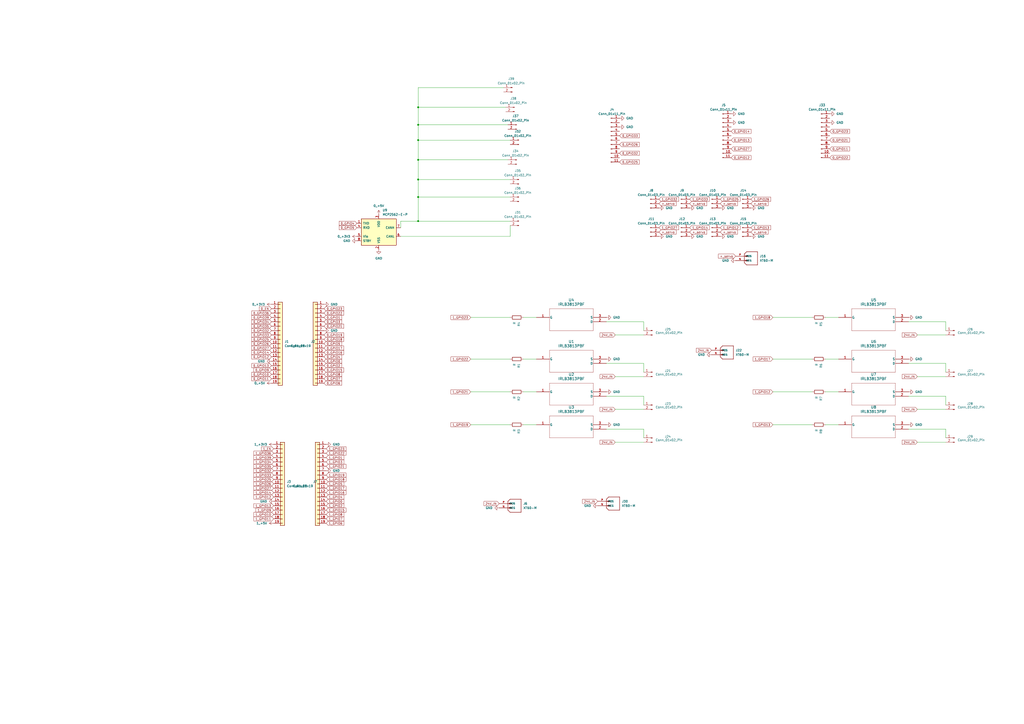
<source format=kicad_sch>
(kicad_sch (version 20250114) (generator "eeschema") (generator_version "9.0")
  (paper "A2")
  (junction (at 242.57 81.28))
  (junction (at 242.57 104.14))
  (junction (at 242.57 62.23))
  (junction (at 242.57 114.3))
  (junction (at 242.57 128.27))
  (junction (at 242.57 72.39))
  (junction (at 242.57 92.71))
  (wire (pts (xy 448.31 184.15) (xy 471.17 184.15)))
  (wire (pts (xy 356.87 256.54) (xy 373.38 256.54)))
  (wire (pts (xy 373.38 191.77) (xy 373.38 186.69)))
  (wire (pts (xy 532.13 218.44) (xy 548.64 218.44)))
  (wire (pts (xy 532.13 237.49) (xy 548.64 237.49)))
  (wire (pts (xy 373.38 254) (xy 373.38 248.92)))
  (wire (pts (xy 295.91 137.16) (xy 295.91 130.81)))
  (wire (pts (xy 478.79 227.33) (xy 486.41 227.33)))
  (wire (pts (xy 242.57 128.27) (xy 232.41 128.27)))
  (wire (pts (xy 373.38 215.9) (xy 373.38 210.82)))
  (wire (pts (xy 303.53 227.33) (xy 311.15 227.33)))
  (wire (pts (xy 373.38 248.92) (xy 351.79 248.92)))
  (wire (pts (xy 273.05 208.28) (xy 295.91 208.28)))
  (wire (pts (xy 532.13 256.54) (xy 548.64 256.54)))
  (wire (pts (xy 303.53 246.38) (xy 311.15 246.38)))
  (wire (pts (xy 294.64 92.71) (xy 242.57 92.71)))
  (wire (pts (xy 478.79 184.15) (xy 486.41 184.15)))
  (wire (pts (xy 478.79 208.28) (xy 486.41 208.28)))
  (wire (pts (xy 242.57 128.27) (xy 295.91 128.27)))
  (wire (pts (xy 242.57 114.3) (xy 242.57 128.27)))
  (wire (pts (xy 548.64 229.87) (xy 527.05 229.87)))
  (wire (pts (xy 548.64 186.69) (xy 527.05 186.69)))
  (wire (pts (xy 548.64 191.77) (xy 548.64 186.69)))
  (wire (pts (xy 242.57 72.39) (xy 242.57 81.28)))
  (wire (pts (xy 242.57 104.14) (xy 295.91 104.14)))
  (wire (pts (xy 242.57 114.3) (xy 295.91 114.3)))
  (wire (pts (xy 448.31 246.38) (xy 471.17 246.38)))
  (wire (pts (xy 242.57 81.28) (xy 295.91 81.28)))
  (wire (pts (xy 232.41 128.27) (xy 232.41 132.08)))
  (wire (pts (xy 303.53 184.15) (xy 311.15 184.15)))
  (wire (pts (xy 273.05 184.15) (xy 295.91 184.15)))
  (wire (pts (xy 373.38 229.87) (xy 351.79 229.87)))
  (wire (pts (xy 373.38 210.82) (xy 351.79 210.82)))
  (wire (pts (xy 303.53 208.28) (xy 311.15 208.28)))
  (wire (pts (xy 448.31 208.28) (xy 471.17 208.28)))
  (wire (pts (xy 292.1 50.8) (xy 242.57 50.8)))
  (wire (pts (xy 232.41 137.16) (xy 295.91 137.16)))
  (wire (pts (xy 548.64 254) (xy 548.64 248.92)))
  (wire (pts (xy 548.64 215.9) (xy 548.64 210.82)))
  (wire (pts (xy 356.87 218.44) (xy 373.38 218.44)))
  (wire (pts (xy 548.64 248.92) (xy 527.05 248.92)))
  (wire (pts (xy 273.05 227.33) (xy 295.91 227.33)))
  (wire (pts (xy 478.79 246.38) (xy 486.41 246.38)))
  (wire (pts (xy 448.31 227.33) (xy 471.17 227.33)))
  (wire (pts (xy 242.57 104.14) (xy 242.57 114.3)))
  (wire (pts (xy 293.37 62.23) (xy 242.57 62.23)))
  (wire (pts (xy 273.05 246.38) (xy 295.91 246.38)))
  (wire (pts (xy 356.87 237.49) (xy 373.38 237.49)))
  (wire (pts (xy 242.57 72.39) (xy 294.64 72.39)))
  (wire (pts (xy 532.13 194.31) (xy 548.64 194.31)))
  (wire (pts (xy 242.57 62.23) (xy 242.57 72.39)))
  (wire (pts (xy 356.87 194.31) (xy 373.38 194.31)))
  (wire (pts (xy 373.38 186.69) (xy 351.79 186.69)))
  (wire (pts (xy 242.57 92.71) (xy 242.57 104.14)))
  (wire (pts (xy 242.57 81.28) (xy 242.57 92.71)))
  (wire (pts (xy 242.57 50.8) (xy 242.57 62.23)))
  (wire (pts (xy 548.64 210.82) (xy 527.05 210.82)))
  (wire (pts (xy 548.64 234.95) (xy 548.64 229.87)))
  (wire (pts (xy 373.38 234.95) (xy 373.38 229.87)))
  (global_label "1_GPIO35" (shape input) (at 158.75 270.51 180) (property "Intersheetrefs" "${INTERSHEET_REFS}" (effects (hide yes))))
  (global_label "0_GPIO32" (shape input) (at 359.41 88.9 0) (property "Intersheetrefs" "${INTERSHEET_REFS}" (effects (hide yes))))
  (global_label "24V_IN" (shape input) (at 532.13 194.31 180) (property "Intersheetrefs" "${INTERSHEET_REFS}" (effects (hide yes))))
  (global_label "0_GPIO10" (shape input) (at 157.48 217.17 180) (property "Intersheetrefs" "${INTERSHEET_REFS}" (effects (hide yes))))
  (global_label "1_GPIO23" (shape input) (at 273.05 184.15 180) (property "Intersheetrefs" "${INTERSHEET_REFS}" (effects (hide yes))))
  (global_label "24V_IN" (shape input) (at 289.56 292.1 180) (property "Intersheetrefs" "${INTERSHEET_REFS}" (effects (hide yes))))
  (global_label "24V_IN" (shape input) (at 356.87 256.54 180) (property "Intersheetrefs" "${INTERSHEET_REFS}" (effects (hide yes))))
  (global_label "0_GPIO21" (shape input) (at 481.33 81.28 0) (property "Intersheetrefs" "${INTERSHEET_REFS}" (effects (hide yes))))
  (global_label "0_GPIO5" (shape input) (at 187.96 199.39 0) (property "Intersheetrefs" "${INTERSHEET_REFS}" (effects (hide yes))))
  (global_label "1_GPIO18" (shape input) (at 189.23 278.13 0) (property "Intersheetrefs" "${INTERSHEET_REFS}" (effects (hide yes))))
  (global_label "0_GPIO15" (shape input) (at 187.96 214.63 0) (property "Intersheetrefs" "${INTERSHEET_REFS}" (effects (hide yes))))
  (global_label "1_GPIO22" (shape input) (at 189.23 262.89 0) (property "Intersheetrefs" "${INTERSHEET_REFS}" (effects (hide yes))))
  (global_label "1_GPIO4" (shape input) (at 189.23 288.29 0) (property "Intersheetrefs" "${INTERSHEET_REFS}" (effects (hide yes))))
  (global_label "0_GPIO18" (shape input) (at 187.96 196.85 0) (property "Intersheetrefs" "${INTERSHEET_REFS}" (effects (hide yes))))
  (global_label "1_GPIO11" (shape input) (at 158.75 300.99 180) (property "Intersheetrefs" "${INTERSHEET_REFS}" (effects (hide yes))))
  (global_label "1_GPIO25" (shape input) (at 158.75 278.13 180) (property "Intersheetrefs" "${INTERSHEET_REFS}" (effects (hide yes))))
  (global_label "0_GPIO11" (shape input) (at 481.33 86.36 0) (property "Intersheetrefs" "${INTERSHEET_REFS}" (effects (hide yes))))
  (global_label "1_GPIO17" (shape input) (at 448.31 208.28 180) (property "Intersheetrefs" "${INTERSHEET_REFS}" (effects (hide yes))))
  (global_label "+_servo" (shape input) (at 400.05 118.11 0) (property "Intersheetrefs" "${INTERSHEET_REFS}" (effects (hide yes))))
  (global_label "0_GPIO13" (shape input) (at 157.48 212.09 180) (property "Intersheetrefs" "${INTERSHEET_REFS}" (effects (hide yes))))
  (global_label "0_GPIO22" (shape input) (at 187.96 181.61 0) (property "Intersheetrefs" "${INTERSHEET_REFS}" (effects (hide yes))))
  (global_label "1_GPIO15" (shape input) (at 189.23 295.91 0) (property "Intersheetrefs" "${INTERSHEET_REFS}" (effects (hide yes))))
  (global_label "24V_IN" (shape input) (at 346.71 290.83 180) (property "Intersheetrefs" "${INTERSHEET_REFS}" (effects (hide yes))))
  (global_label "1_GPIO19" (shape input) (at 273.05 246.38 180) (property "Intersheetrefs" "${INTERSHEET_REFS}" (effects (hide yes))))
  (global_label "1_GPIO18" (shape input) (at 448.31 184.15 180) (property "Intersheetrefs" "${INTERSHEET_REFS}" (effects (hide yes))))
  (global_label "0_GPIO12" (shape input) (at 157.48 207.01 180) (property "Intersheetrefs" "${INTERSHEET_REFS}" (effects (hide yes))))
  (global_label "1_GPIO6" (shape input) (at 189.23 303.53 0) (property "Intersheetrefs" "${INTERSHEET_REFS}" (effects (hide yes))))
  (global_label "1_GPIO26" (shape input) (at 435.61 115.57 0) (property "Intersheetrefs" "${INTERSHEET_REFS}" (effects (hide yes))))
  (global_label "1_GPIO10" (shape input) (at 158.75 298.45 180) (property "Intersheetrefs" "${INTERSHEET_REFS}" (effects (hide yes))))
  (global_label "24V_IN" (shape input) (at 356.87 237.49 180) (property "Intersheetrefs" "${INTERSHEET_REFS}" (effects (hide yes))))
  (global_label "1_GPIO26" (shape input) (at 158.75 280.67 180) (property "Intersheetrefs" "${INTERSHEET_REFS}" (effects (hide yes))))
  (global_label "0_GPIO14" (shape input) (at 424.18 76.2 0) (property "Intersheetrefs" "${INTERSHEET_REFS}" (effects (hide yes))))
  (global_label "1_GPIO32" (shape input) (at 382.27 115.57 0) (property "Intersheetrefs" "${INTERSHEET_REFS}" (effects (hide yes))))
  (global_label "1_GPIO25" (shape input) (at 417.83 115.57 0) (property "Intersheetrefs" "${INTERSHEET_REFS}" (effects (hide yes))))
  (global_label "1_GPIO1" (shape input) (at 189.23 265.43 0) (property "Intersheetrefs" "${INTERSHEET_REFS}" (effects (hide yes))))
  (global_label "0_GPIO23" (shape input) (at 187.96 179.07 0) (property "Intersheetrefs" "${INTERSHEET_REFS}" (effects (hide yes))))
  (global_label "0_GPIO25" (shape input) (at 359.41 93.98 0) (property "Intersheetrefs" "${INTERSHEET_REFS}" (effects (hide yes))))
  (global_label "0_GPIO36" (shape input) (at 157.48 181.61 180) (property "Intersheetrefs" "${INTERSHEET_REFS}" (effects (hide yes))))
  (global_label "24V_IN" (shape input) (at 532.13 218.44 180) (property "Intersheetrefs" "${INTERSHEET_REFS}" (effects (hide yes))))
  (global_label "1_GPIO14" (shape input) (at 158.75 285.75 180) (property "Intersheetrefs" "${INTERSHEET_REFS}" (effects (hide yes))))
  (global_label "0_EN" (shape input) (at 157.48 179.07 180) (property "Intersheetrefs" "${INTERSHEET_REFS}" (effects (hide yes))))
  (global_label "1_GPIO14" (shape input) (at 400.05 132.08 0) (property "Intersheetrefs" "${INTERSHEET_REFS}" (effects (hide yes))))
  (global_label "0_GPIO39" (shape input) (at 157.48 184.15 180) (property "Intersheetrefs" "${INTERSHEET_REFS}" (effects (hide yes))))
  (global_label "1_GPIO19" (shape input) (at 189.23 275.59 0) (property "Intersheetrefs" "${INTERSHEET_REFS}" (effects (hide yes))))
  (global_label "0_GPIO3" (shape input) (at 187.96 186.69 0) (property "Intersheetrefs" "${INTERSHEET_REFS}" (effects (hide yes))))
  (global_label "1_GPIO27" (shape input) (at 158.75 283.21 180) (property "Intersheetrefs" "${INTERSHEET_REFS}" (effects (hide yes))))
  (global_label "0_GPIO5" (shape input) (at 207.01 132.08 180) (property "Intersheetrefs" "${INTERSHEET_REFS}" (effects (hide yes))))
  (global_label "0_GPIO26" (shape input) (at 359.41 83.82 0) (property "Intersheetrefs" "${INTERSHEET_REFS}" (effects (hide yes))))
  (global_label "0_GPIO34" (shape input) (at 157.48 186.69 180) (property "Intersheetrefs" "${INTERSHEET_REFS}" (effects (hide yes))))
  (global_label "0_GPIO2" (shape input) (at 187.96 212.09 0) (property "Intersheetrefs" "${INTERSHEET_REFS}" (effects (hide yes))))
  (global_label "1_GPIO21" (shape input) (at 189.23 270.51 0) (property "Intersheetrefs" "${INTERSHEET_REFS}" (effects (hide yes))))
  (global_label "0_GPIO27" (shape input) (at 157.48 201.93 180) (property "Intersheetrefs" "${INTERSHEET_REFS}" (effects (hide yes))))
  (global_label "1_GPIO3" (shape input) (at 189.23 267.97 0) (property "Intersheetrefs" "${INTERSHEET_REFS}" (effects (hide yes))))
  (global_label "1_GPIO27" (shape input) (at 382.27 132.08 0) (property "Intersheetrefs" "${INTERSHEET_REFS}" (effects (hide yes))))
  (global_label "1_GPIO13" (shape input) (at 158.75 293.37 180) (property "Intersheetrefs" "${INTERSHEET_REFS}" (effects (hide yes))))
  (global_label "1_GPIO16" (shape input) (at 189.23 285.75 0) (property "Intersheetrefs" "${INTERSHEET_REFS}" (effects (hide yes))))
  (global_label "1_GPIO33" (shape input) (at 158.75 275.59 180) (property "Intersheetrefs" "${INTERSHEET_REFS}" (effects (hide yes))))
  (global_label "1_GPIO0" (shape input) (at 189.23 290.83 0) (property "Intersheetrefs" "${INTERSHEET_REFS}" (effects (hide yes))))
  (global_label "+_servo" (shape input) (at 382.27 118.11 0) (property "Intersheetrefs" "${INTERSHEET_REFS}" (effects (hide yes))))
  (global_label "0_GPIO26" (shape input) (at 157.48 199.39 180) (property "Intersheetrefs" "${INTERSHEET_REFS}" (effects (hide yes))))
  (global_label "1_GPIO13" (shape input) (at 448.31 246.38 180) (property "Intersheetrefs" "${INTERSHEET_REFS}" (effects (hide yes))))
  (global_label "0_GPIO33" (shape input) (at 359.41 78.74 0) (property "Intersheetrefs" "${INTERSHEET_REFS}" (effects (hide yes))))
  (global_label "1_GPIO12" (shape input) (at 448.31 227.33 180) (property "Intersheetrefs" "${INTERSHEET_REFS}" (effects (hide yes))))
  (global_label "+_servo" (shape input) (at 382.27 134.62 0) (property "Intersheetrefs" "${INTERSHEET_REFS}" (effects (hide yes))))
  (global_label "0_GPIO1" (shape input) (at 187.96 184.15 0) (property "Intersheetrefs" "${INTERSHEET_REFS}" (effects (hide yes))))
  (global_label "24V_IN" (shape input) (at 412.75 203.2 180) (property "Intersheetrefs" "${INTERSHEET_REFS}" (effects (hide yes))))
  (global_label "+_servo" (shape input) (at 400.05 134.62 0) (property "Intersheetrefs" "${INTERSHEET_REFS}" (effects (hide yes))))
  (global_label "0_GPIO14" (shape input) (at 157.48 204.47 180) (property "Intersheetrefs" "${INTERSHEET_REFS}" (effects (hide yes))))
  (global_label "0_GPIO27" (shape input) (at 424.18 86.36 0) (property "Intersheetrefs" "${INTERSHEET_REFS}" (effects (hide yes))))
  (global_label "1_GPIO2" (shape input) (at 189.23 293.37 0) (property "Intersheetrefs" "${INTERSHEET_REFS}" (effects (hide yes))))
  (global_label "24V_IN" (shape input) (at 356.87 194.31 180) (property "Intersheetrefs" "${INTERSHEET_REFS}" (effects (hide yes))))
  (global_label "0_GPIO13" (shape input) (at 424.18 81.28 0) (property "Intersheetrefs" "${INTERSHEET_REFS}" (effects (hide yes))))
  (global_label "1_GPIO8" (shape input) (at 189.23 298.45 0) (property "Intersheetrefs" "${INTERSHEET_REFS}" (effects (hide yes))))
  (global_label "+_servo" (shape input) (at 417.83 134.62 0) (property "Intersheetrefs" "${INTERSHEET_REFS}" (effects (hide yes))))
  (global_label "0_GPIO7" (shape input) (at 187.96 219.71 0) (property "Intersheetrefs" "${INTERSHEET_REFS}" (effects (hide yes))))
  (global_label "0_GPIO4" (shape input) (at 207.01 129.54 180) (property "Intersheetrefs" "${INTERSHEET_REFS}" (effects (hide yes))))
  (global_label "0_GPIO23" (shape input) (at 481.33 76.2 0) (property "Intersheetrefs" "${INTERSHEET_REFS}" (effects (hide yes))))
  (global_label "0_GPIO0" (shape input) (at 187.96 209.55 0) (property "Intersheetrefs" "${INTERSHEET_REFS}" (effects (hide yes))))
  (global_label "+_servo" (shape input) (at 426.72 148.59 180) (property "Intersheetrefs" "${INTERSHEET_REFS}" (effects (hide yes))))
  (global_label "0_GPIO17" (shape input) (at 187.96 201.93 0) (property "Intersheetrefs" "${INTERSHEET_REFS}" (effects (hide yes))))
  (global_label "1_GPIO17" (shape input) (at 189.23 283.21 0) (property "Intersheetrefs" "${INTERSHEET_REFS}" (effects (hide yes))))
  (global_label "0_GPIO22" (shape input) (at 481.33 91.44 0) (property "Intersheetrefs" "${INTERSHEET_REFS}" (effects (hide yes))))
  (global_label "1_GPIO9" (shape input) (at 158.75 295.91 180) (property "Intersheetrefs" "${INTERSHEET_REFS}" (effects (hide yes))))
  (global_label "0_GPIO9" (shape input) (at 157.48 214.63 180) (property "Intersheetrefs" "${INTERSHEET_REFS}" (effects (hide yes))))
  (global_label "+_servo" (shape input) (at 435.61 134.62 0) (property "Intersheetrefs" "${INTERSHEET_REFS}" (effects (hide yes))))
  (global_label "0_GPIO4" (shape input) (at 187.96 207.01 0) (property "Intersheetrefs" "${INTERSHEET_REFS}" (effects (hide yes))))
  (global_label "1_GPIO22" (shape input) (at 273.05 208.28 180) (property "Intersheetrefs" "${INTERSHEET_REFS}" (effects (hide yes))))
  (global_label "0_GPIO12" (shape input) (at 424.18 91.44 0) (property "Intersheetrefs" "${INTERSHEET_REFS}" (effects (hide yes))))
  (global_label "1_GPIO13" (shape input) (at 435.61 132.08 0) (property "Intersheetrefs" "${INTERSHEET_REFS}" (effects (hide yes))))
  (global_label "+_servo" (shape input) (at 435.61 118.11 0) (property "Intersheetrefs" "${INTERSHEET_REFS}" (effects (hide yes))))
  (global_label "0_GPIO25" (shape input) (at 157.48 196.85 180) (property "Intersheetrefs" "${INTERSHEET_REFS}" (effects (hide yes))))
  (global_label "24V_IN" (shape input) (at 532.13 237.49 180) (property "Intersheetrefs" "${INTERSHEET_REFS}" (effects (hide yes))))
  (global_label "1_GPIO36" (shape input) (at 158.75 262.89 180) (property "Intersheetrefs" "${INTERSHEET_REFS}" (effects (hide yes))))
  (global_label "0_GPIO32" (shape input) (at 157.48 191.77 180) (property "Intersheetrefs" "${INTERSHEET_REFS}" (effects (hide yes))))
  (global_label "0_GPIO8" (shape input) (at 187.96 217.17 0) (property "Intersheetrefs" "${INTERSHEET_REFS}" (effects (hide yes))))
  (global_label "1_GPIO39" (shape input) (at 158.75 265.43 180) (property "Intersheetrefs" "${INTERSHEET_REFS}" (effects (hide yes))))
  (global_label "0_GPIO19" (shape input) (at 187.96 194.31 0) (property "Intersheetrefs" "${INTERSHEET_REFS}" (effects (hide yes))))
  (global_label "0_GPIO33" (shape input) (at 157.48 194.31 180) (property "Intersheetrefs" "${INTERSHEET_REFS}" (effects (hide yes))))
  (global_label "1_GPIO23" (shape input) (at 189.23 260.35 0) (property "Intersheetrefs" "${INTERSHEET_REFS}" (effects (hide yes))))
  (global_label "1_GPIO21" (shape input) (at 273.05 227.33 180) (property "Intersheetrefs" "${INTERSHEET_REFS}" (effects (hide yes))))
  (global_label "24V_IN" (shape input) (at 356.87 218.44 180) (property "Intersheetrefs" "${INTERSHEET_REFS}" (effects (hide yes))))
  (global_label "1_EN" (shape input) (at 158.75 260.35 180) (property "Intersheetrefs" "${INTERSHEET_REFS}" (effects (hide yes))))
  (global_label "+_servo" (shape input) (at 417.83 118.11 0) (property "Intersheetrefs" "${INTERSHEET_REFS}" (effects (hide yes))))
  (global_label "24V_IN" (shape input) (at 532.13 256.54 180) (property "Intersheetrefs" "${INTERSHEET_REFS}" (effects (hide yes))))
  (global_label "1_GPIO5" (shape input) (at 189.23 280.67 0) (property "Intersheetrefs" "${INTERSHEET_REFS}" (effects (hide yes))))
  (global_label "0_GPIO35" (shape input) (at 157.48 189.23 180) (property "Intersheetrefs" "${INTERSHEET_REFS}" (effects (hide yes))))
  (global_label "1_GPIO33" (shape input) (at 400.05 115.57 0) (property "Intersheetrefs" "${INTERSHEET_REFS}" (effects (hide yes))))
  (global_label "0_GPIO21" (shape input) (at 187.96 189.23 0) (property "Intersheetrefs" "${INTERSHEET_REFS}" (effects (hide yes))))
  (global_label "1_GPIO34" (shape input) (at 158.75 267.97 180) (property "Intersheetrefs" "${INTERSHEET_REFS}" (effects (hide yes))))
  (global_label "0_GPIO6" (shape input) (at 187.96 222.25 0) (property "Intersheetrefs" "${INTERSHEET_REFS}" (effects (hide yes))))
  (global_label "1_GPIO12" (shape input) (at 158.75 288.29 180) (property "Intersheetrefs" "${INTERSHEET_REFS}" (effects (hide yes))))
  (global_label "0_GPIO11" (shape input) (at 157.48 219.71 180) (property "Intersheetrefs" "${INTERSHEET_REFS}" (effects (hide yes))))
  (global_label "1_GPIO12" (shape input) (at 417.83 132.08 0) (property "Intersheetrefs" "${INTERSHEET_REFS}" (effects (hide yes))))
  (global_label "0_GPIO16" (shape input) (at 187.96 204.47 0) (property "Intersheetrefs" "${INTERSHEET_REFS}" (effects (hide yes))))
  (global_label "1_GPIO32" (shape input) (at 158.75 273.05 180) (property "Intersheetrefs" "${INTERSHEET_REFS}" (effects (hide yes))))
  (global_label "1_GPIO7" (shape input) (at 189.23 300.99 0) (property "Intersheetrefs" "${INTERSHEET_REFS}" (effects (hide yes))))
  (symbol (lib_id "Device:R") (at 474.98 184.15 270) (unit 1)
    (property "Reference" "R5" (at 476.2501 186.69 0) (effects (justify left)))
    (property "Value" "R" (at 473.7101 186.69 0) (effects (justify left)))
    (property "Footprint" "Resistor_THT:R_Axial_DIN0207_L6.3mm_D2.5mm_P10.16mm_Horizontal" (effects (hide yes)))
    (property "Description" "Resistor" (effects (hide yes)))
  )
  (symbol (lib_id "power:GND") (at 527.05 208.28 90) (unit 1)
    (property "Reference" "#PWR040" (effects (hide yes)))
    (property "Value" "GND" (at 530.86 208.2799 90) (effects (justify right)))
    (property "Description" "Power symbol creates a global label with name \"GND\" , ground" (effects (hide yes)))
  )
  (symbol (lib_id "power:GND") (at 417.83 120.65 90) (unit 1)
    (property "Reference" "#PWR023" (effects (hide yes)))
    (property "Value" "GND" (at 421.64 120.6499 90) (effects (justify right)))
    (property "Description" "Power symbol creates a global label with name \"GND\" , ground" (effects (hide yes)))
  )
  (symbol (lib_id "Device:R") (at 299.72 246.38 270) (unit 1)
    (property "Reference" "R3" (at 300.9901 248.92 0) (effects (justify left)))
    (property "Value" "R" (at 298.4501 248.92 0) (effects (justify left)))
    (property "Footprint" "Resistor_THT:R_Axial_DIN0207_L6.3mm_D2.5mm_P10.16mm_Horizontal" (effects (hide yes)))
    (property "Description" "Resistor" (effects (hide yes)))
  )
  (symbol (lib_id "XT60-M:XT60-M") (at 351.79 293.37 0) (unit 1)
    (property "Reference" "J30" (at 360.68 290.8299 0) (effects (justify left)))
    (property "Value" "XT60-M" (at 360.68 293.3699 0) (effects (justify left)))
    (property "Footprint" "Connector_AMASS:AMASS_XT60-F_1x02_P7.20mm_Vertical" (effects (hide yes)))
    (property "MF" "AMASS" (effects (hide yes)))
    (property "MAXIMUM_PACKAGE_HEIGHT" "16.00 mm" (effects (hide yes)))
    (property "Package" "Package" (effects (hide yes)))
    (property "Price" "None" (effects (hide yes)))
    (property "Check_prices" "https://www.snapeda.com/parts/XT60-M/AMASS/view-part/?ref=eda" (effects (hide yes)))
    (property "STANDARD" "IPC 7351B" (effects (hide yes)))
    (property "PARTREV" "V1.2" (effects (hide yes)))
    (property "SnapEDA_Link" "https://www.snapeda.com/parts/XT60-M/AMASS/view-part/?ref=snap" (effects (hide yes)))
    (property "MP" "XT60-M" (effects (hide yes)))
    (property "Description_1" "Plug; DC supply; XT60; male; PIN: 2; for cable; soldered; 30A; 500V" (effects (hide yes)))
    (property "Availability" "Not in stock" (effects (hide yes)))
    (property "MANUFACTURER" "AMASS" (effects (hide yes)))
  )
  (symbol (lib_id "2025-03-07_17-55-51:IRLB3813PBF") (at 486.41 227.33 0) (unit 1)
    (property "Reference" "U7" (at 506.73 217.17 0) (effects (font (size 1.524 1.524))))
    (property "Value" "IRLB3813PBF" (at 506.73 219.71 0) (effects (font (size 1.524 1.524))))
    (property "Footprint" "footprints:PG-TO220-3_INF" (effects (hide yes)))
    (property "Datasheet" "IRLB3813PBF" (effects (hide yes)))
  )
  (symbol (lib_id "Connector:Conn_01x02_Pin") (at 297.18 50.8 0) (mirror y) (unit 1)
    (property "Reference" "J39" (at 296.545 45.72 0))
    (property "Value" "Conn_01x02_Pin" (at 296.545 48.26 0))
    (property "Footprint" "Connector_JST:JST_XH_B2B-XH-AM_1x02_P2.50mm_Vertical" (effects (hide yes)))
    (property "Description" "Generic connector, single row, 01x02, script generated" (effects (hide yes)))
  )
  (symbol (lib_id "power:GND") (at 351.79 184.15 90) (unit 1)
    (property "Reference" "#PWR038" (effects (hide yes)))
    (property "Value" "GND" (at 355.6 184.1499 90) (effects (justify right)))
    (property "Description" "Power symbol creates a global label with name \"GND\" , ground" (effects (hide yes)))
  )
  (symbol (lib_id "power:+5V") (at 157.48 222.25 90) (unit 1)
    (property "Reference" "#PWR05" (effects (hide yes)))
    (property "Value" "0_+5V" (at 150.622 222.25 90))
    (property "Description" "Power symbol creates a global label with name \"+5V\"" (effects (hide yes)))
  )
  (symbol (lib_id "power:GND") (at 527.05 227.33 90) (unit 1)
    (property "Reference" "#PWR041" (effects (hide yes)))
    (property "Value" "GND" (at 530.86 227.3299 90) (effects (justify right)))
    (property "Description" "Power symbol creates a global label with name \"GND\" , ground" (effects (hide yes)))
  )
  (symbol (lib_id "Connector:Conn_01x11_Pin") (at 476.25 78.74 0) (unit 1)
    (property "Reference" "J33" (at 476.885 60.96 0))
    (property "Value" "Conn_01x11_Pin" (at 476.885 63.5 0))
    (property "Footprint" "Connector_PinHeader_2.54mm:PinHeader_1x11_P2.54mm_Vertical" (effects (hide yes)))
    (property "Description" "Generic connector, single row, 01x11, script generated" (effects (hide yes)))
  )
  (symbol (lib_id "2025-03-07_17-55-51:IRLB3813PBF") (at 486.41 184.15 0) (unit 1)
    (property "Reference" "U5" (at 506.73 173.99 0) (effects (font (size 1.524 1.524))))
    (property "Value" "IRLB3813PBF" (at 506.73 176.53 0) (effects (font (size 1.524 1.524))))
    (property "Footprint" "footprints:PG-TO220-3_INF" (effects (hide yes)))
    (property "Datasheet" "IRLB3813PBF" (effects (hide yes)))
  )
  (symbol (lib_id "Connector:Conn_01x02_Pin") (at 300.99 128.27 0) (mirror y) (unit 1)
    (property "Reference" "J31" (at 300.355 123.19 0))
    (property "Value" "Conn_01x02_Pin" (at 300.355 125.73 0))
    (property "Footprint" "Connector_JST:JST_XH_B2B-XH-AM_1x02_P2.50mm_Vertical" (effects (hide yes)))
    (property "Description" "Generic connector, single row, 01x02, script generated" (effects (hide yes)))
  )
  (symbol (lib_id "Connector:Conn_01x03_Pin") (at 377.19 118.11 0) (unit 1)
    (property "Reference" "J8" (at 377.825 110.49 0))
    (property "Value" "Conn_01x03_Pin" (at 377.825 113.03 0))
    (property "Footprint" "Connector_JST:JST_XH_B3B-XH-AM_1x03_P2.50mm_Vertical" (effects (hide yes)))
    (property "Description" "Generic connector, single row, 01x03, script generated" (effects (hide yes)))
  )
  (symbol (lib_id "power:GND") (at 481.33 71.12 90) (unit 1)
    (property "Reference" "#PWR044" (effects (hide yes)))
    (property "Value" "GND" (at 485.14 71.1199 90) (effects (justify right)))
    (property "Description" "Power symbol creates a global label with name \"GND\" , ground" (effects (hide yes)))
  )
  (symbol (lib_id "power:GND") (at 527.05 184.15 90) (unit 1)
    (property "Reference" "#PWR039" (effects (hide yes)))
    (property "Value" "GND" (at 530.86 184.1499 90) (effects (justify right)))
    (property "Description" "Power symbol creates a global label with name \"GND\" , ground" (effects (hide yes)))
  )
  (symbol (lib_id "Connector:Conn_01x02_Pin") (at 298.45 62.23 0) (mirror y) (unit 1)
    (property "Reference" "J38" (at 297.815 57.15 0))
    (property "Value" "Conn_01x02_Pin" (at 297.815 59.69 0))
    (property "Footprint" "Connector_JST:JST_XH_B2B-XH-AM_1x02_P2.50mm_Vertical" (effects (hide yes)))
    (property "Description" "Generic connector, single row, 01x02, script generated" (effects (hide yes)))
  )
  (symbol (lib_id "power:GND") (at 219.71 144.78 0) (unit 1)
    (property "Reference" "#PWR045" (effects (hide yes)))
    (property "Value" "GND" (at 219.71 149.86 0))
    (property "Description" "Power symbol creates a global label with name \"GND\" , ground" (effects (hide yes)))
  )
  (symbol (lib_id "Connector:Conn_01x02_Pin") (at 378.46 215.9 0) (mirror y) (unit 1)
    (property "Reference" "J21" (at 387.35 215.138 0))
    (property "Value" "Conn_01x02_Pin" (at 388.112 217.17 0))
    (property "Footprint" "Connector_JST:JST_XH_B2B-XH-AM_1x02_P2.50mm_Vertical" (effects (hide yes)))
    (property "Description" "Generic connector, single row, 01x02, script generated" (effects (hide yes)))
  )
  (symbol (lib_id "Connector:Conn_01x03_Pin") (at 394.97 134.62 0) (unit 1)
    (property "Reference" "J12" (at 395.605 127 0))
    (property "Value" "Conn_01x03_Pin" (at 395.605 129.54 0))
    (property "Footprint" "Connector_JST:JST_XH_B3B-XH-AM_1x03_P2.50mm_Vertical" (effects (hide yes)))
    (property "Description" "Generic connector, single row, 01x03, script generated" (effects (hide yes)))
  )
  (symbol (lib_id "power:GND") (at 351.79 246.38 90) (unit 1)
    (property "Reference" "#PWR037" (effects (hide yes)))
    (property "Value" "GND" (at 355.6 246.3799 90) (effects (justify right)))
    (property "Description" "Power symbol creates a global label with name \"GND\" , ground" (effects (hide yes)))
  )
  (symbol (lib_id "power:GND") (at 359.41 73.66 90) (unit 1)
    (property "Reference" "#PWR08" (effects (hide yes)))
    (property "Value" "GND" (at 363.22 73.6599 90) (effects (justify right)))
    (property "Description" "Power symbol creates a global label with name \"GND\" , ground" (effects (hide yes)))
  )
  (symbol (lib_id "Connector:Conn_01x02_Pin") (at 300.99 114.3 0) (mirror y) (unit 1)
    (property "Reference" "J36" (at 300.355 109.22 0))
    (property "Value" "Conn_01x02_Pin" (at 300.355 111.76 0))
    (property "Footprint" "Connector_JST:JST_XH_B2B-XH-AM_1x02_P2.50mm_Vertical" (effects (hide yes)))
    (property "Description" "Generic connector, single row, 01x02, script generated" (effects (hide yes)))
  )
  (symbol (lib_id "power:GND") (at 189.23 273.05 90) (unit 1)
    (property "Reference" "#PWR016" (effects (hide yes)))
    (property "Value" "GND" (at 193.04 273.0499 90) (effects (justify right)))
    (property "Description" "Power symbol creates a global label with name \"GND\" , ground" (effects (hide yes)))
  )
  (symbol (lib_id "power:GND") (at 207.01 139.7 270) (unit 1)
    (property "Reference" "#PWR046" (effects (hide yes)))
    (property "Value" "GND" (at 203.2 139.6999 90) (effects (justify right)))
    (property "Description" "Power symbol creates a global label with name \"GND\" , ground" (effects (hide yes)))
  )
  (symbol (lib_id "Connector:Conn_01x02_Pin") (at 553.72 215.9 0) (mirror y) (unit 1)
    (property "Reference" "J27" (at 562.61 215.138 0))
    (property "Value" "Conn_01x02_Pin" (at 563.372 217.17 0))
    (property "Footprint" "Connector_JST:JST_XH_B2B-XH-AM_1x02_P2.50mm_Vertical" (effects (hide yes)))
    (property "Description" "Generic connector, single row, 01x02, script generated" (effects (hide yes)))
  )
  (symbol (lib_id "power:GND") (at 187.96 191.77 90) (unit 1)
    (property "Reference" "#PWR02" (effects (hide yes)))
    (property "Value" "GND" (at 191.77 191.7699 90) (effects (justify right)))
    (property "Description" "Power symbol creates a global label with name \"GND\" , ground" (effects (hide yes)))
  )
  (symbol (lib_id "power:GND") (at 382.27 120.65 90) (unit 1)
    (property "Reference" "#PWR017" (effects (hide yes)))
    (property "Value" "GND" (at 386.08 120.6499 90) (effects (justify right)))
    (property "Description" "Power symbol creates a global label with name \"GND\" , ground" (effects (hide yes)))
  )
  (symbol (lib_id "power:GND") (at 189.23 257.81 90) (unit 1)
    (property "Reference" "#PWR015" (effects (hide yes)))
    (property "Value" "GND" (at 193.04 257.8099 90) (effects (justify right)))
    (property "Description" "Power symbol creates a global label with name \"GND\" , ground" (effects (hide yes)))
  )
  (symbol (lib_id "power:GND") (at 435.61 120.65 90) (unit 1)
    (property "Reference" "#PWR024" (effects (hide yes)))
    (property "Value" "GND" (at 439.42 120.6499 90) (effects (justify right)))
    (property "Description" "Power symbol creates a global label with name \"GND\" , ground" (effects (hide yes)))
  )
  (symbol (lib_id "Connector:Conn_01x02_Pin") (at 378.46 234.95 0) (mirror y) (unit 1)
    (property "Reference" "J23" (at 387.35 234.188 0))
    (property "Value" "Conn_01x02_Pin" (at 388.112 236.22 0))
    (property "Footprint" "Connector_JST:JST_XH_B2B-XH-AM_1x02_P2.50mm_Vertical" (effects (hide yes)))
    (property "Description" "Generic connector, single row, 01x02, script generated" (effects (hide yes)))
  )
  (symbol (lib_id "power:GND") (at 157.48 209.55 270) (unit 1)
    (property "Reference" "#PWR03" (effects (hide yes)))
    (property "Value" "GND" (at 153.67 209.5499 90) (effects (justify right)))
    (property "Description" "Power symbol creates a global label with name \"GND\" , ground" (effects (hide yes)))
  )
  (symbol (lib_id "Connector:Conn_01x03_Pin") (at 430.53 118.11 0) (unit 1)
    (property "Reference" "J14" (at 431.165 110.49 0))
    (property "Value" "Conn_01x03_Pin" (at 431.165 113.03 0))
    (property "Footprint" "Connector_JST:JST_XH_B3B-XH-AM_1x03_P2.50mm_Vertical" (effects (hide yes)))
    (property "Description" "Generic connector, single row, 01x03, script generated" (effects (hide yes)))
  )
  (symbol (lib_id "Interface_CAN_LIN:MCP2562-E-P") (at 219.71 134.62 0) (unit 1)
    (property "Reference" "U9" (at 221.8533 121.92 0) (effects (justify left)))
    (property "Value" "MCP2562-E-P" (at 221.8533 124.46 0) (effects (justify left)))
    (property "Footprint" "Package_DIP:DIP-8_W7.62mm" (effects (hide yes)))
    (property "Datasheet" "http://ww1.microchip.com/downloads/en/DeviceDoc/25167A.pdf" (effects (hide yes)))
    (property "Description" "High-Speed CAN Transceiver, 1Mbps, 5V supply, Vio pin, -40C to +125C, DIP-8" (effects (hide yes)))
  )
  (symbol (lib_id "power:+5V") (at 219.71 124.46 0) (unit 1)
    (property "Reference" "#PWR047" (effects (hide yes)))
    (property "Value" "0_+5V" (at 219.71 119.38 0))
    (property "Description" "Power symbol creates a global label with name \"+5V\"" (effects (hide yes)))
  )
  (symbol (lib_id "power:GND") (at 527.05 246.38 90) (unit 1)
    (property "Reference" "#PWR042" (effects (hide yes)))
    (property "Value" "GND" (at 530.86 246.3799 90) (effects (justify right)))
    (property "Description" "Power symbol creates a global label with name \"GND\" , ground" (effects (hide yes)))
  )
  (symbol (lib_id "Device:R") (at 299.72 208.28 270) (unit 1)
    (property "Reference" "R1" (at 300.9901 210.82 0) (effects (justify left)))
    (property "Value" "R" (at 298.4501 210.82 0) (effects (justify left)))
    (property "Footprint" "Resistor_THT:R_Axial_DIN0207_L6.3mm_D2.5mm_P10.16mm_Horizontal" (effects (hide yes)))
    (property "Description" "Resistor" (effects (hide yes)))
  )
  (symbol (lib_id "power:GND") (at 424.18 66.04 90) (unit 1)
    (property "Reference" "#PWR07" (effects (hide yes)))
    (property "Value" "GND" (at 427.99 66.0399 90) (effects (justify right)))
    (property "Description" "Power symbol creates a global label with name \"GND\" , ground" (effects (hide yes)))
  )
  (symbol (lib_id "Connector:Conn_01x02_Pin") (at 299.72 72.39 0) (mirror y) (unit 1)
    (property "Reference" "J37" (at 299.085 67.31 0))
    (property "Value" "Conn_01x02_Pin" (at 299.085 69.85 0))
    (property "Footprint" "Connector_JST:JST_XH_B2B-XH-AM_1x02_P2.50mm_Vertical" (effects (hide yes)))
    (property "Description" "Generic connector, single row, 01x02, script generated" (effects (hide yes)))
  )
  (symbol (lib_id "Device:R") (at 474.98 246.38 270) (unit 1)
    (property "Reference" "R8" (at 476.2501 248.92 0) (effects (justify left)))
    (property "Value" "R" (at 473.7101 248.92 0) (effects (justify left)))
    (property "Footprint" "Resistor_THT:R_Axial_DIN0207_L6.3mm_D2.5mm_P10.16mm_Horizontal" (effects (hide yes)))
    (property "Description" "Resistor" (effects (hide yes)))
  )
  (symbol (lib_id "power:GND") (at 351.79 227.33 90) (unit 1)
    (property "Reference" "#PWR036" (effects (hide yes)))
    (property "Value" "GND" (at 355.6 227.3299 90) (effects (justify right)))
    (property "Description" "Power symbol creates a global label with name \"GND\" , ground" (effects (hide yes)))
  )
  (symbol (lib_id "power:GND") (at 412.75 205.74 270) (unit 1)
    (property "Reference" "#PWR035" (effects (hide yes)))
    (property "Value" "GND" (at 408.94 205.7399 90) (effects (justify right)))
    (property "Description" "Power symbol creates a global label with name \"GND\" , ground" (effects (hide yes)))
  )
  (symbol (lib_id "Connector:Conn_01x03_Pin") (at 394.97 118.11 0) (unit 1)
    (property "Reference" "J9" (at 395.605 110.49 0))
    (property "Value" "Conn_01x03_Pin" (at 395.605 113.03 0))
    (property "Footprint" "Connector_JST:JST_XH_B3B-XH-AM_1x03_P2.50mm_Vertical" (effects (hide yes)))
    (property "Description" "Generic connector, single row, 01x03, script generated" (effects (hide yes)))
  )
  (symbol (lib_id "Connector:Conn_01x03_Pin") (at 412.75 118.11 0) (unit 1)
    (property "Reference" "J10" (at 413.385 110.49 0))
    (property "Value" "Conn_01x03_Pin" (at 413.385 113.03 0))
    (property "Footprint" "Connector_JST:JST_XH_B3B-XH-AM_1x03_P2.50mm_Vertical" (effects (hide yes)))
    (property "Description" "Generic connector, single row, 01x03, script generated" (effects (hide yes)))
  )
  (symbol (lib_id "power:+5V") (at 158.75 303.53 90) (unit 1)
    (property "Reference" "#PWR014" (effects (hide yes)))
    (property "Value" "1_+5V" (at 154.94 303.5299 90) (effects (justify left)))
    (property "Description" "Power symbol creates a global label with name \"+5V\"" (effects (hide yes)))
  )
  (symbol (lib_id "Connector:Conn_01x02_Pin") (at 553.72 191.77 0) (mirror y) (unit 1)
    (property "Reference" "J26" (at 562.61 191.008 0))
    (property "Value" "Conn_01x02_Pin" (at 563.372 193.04 0))
    (property "Footprint" "Connector_JST:JST_XH_B2B-XH-AM_1x02_P2.50mm_Vertical" (effects (hide yes)))
    (property "Description" "Generic connector, single row, 01x02, script generated" (effects (hide yes)))
  )
  (symbol (lib_id "power:GND") (at 400.05 120.65 90) (unit 1)
    (property "Reference" "#PWR018" (effects (hide yes)))
    (property "Value" "GND" (at 403.86 120.6499 90) (effects (justify right)))
    (property "Description" "Power symbol creates a global label with name \"GND\" , ground" (effects (hide yes)))
  )
  (symbol (lib_id "power:GND") (at 346.71 293.37 270) (unit 1)
    (property "Reference" "#PWR011" (effects (hide yes)))
    (property "Value" "GND" (at 342.9 293.3699 90) (effects (justify right)))
    (property "Description" "Power symbol creates a global label with name \"GND\" , ground" (effects (hide yes)))
  )
  (symbol (lib_id "Connector_Generic:Conn_01x19") (at 184.15 280.67 0) (mirror y) (unit 1)
    (property "Reference" "J7" (at 181.61 279.3999 0) (effects (justify right)))
    (property "Value" "Conn_01x19" (at 181.61 281.9399 0) (effects (justify left)))
    (property "Footprint" "Connector_PinSocket_2.54mm:PinSocket_1x19_P2.54mm_Vertical" (effects (hide yes)))
    (property "Description" "Generic connector, single row, 01x19, script generated (kicad-library-utils/schlib/autogen/connector/)" (effects (hide yes)))
  )
  (symbol (lib_id "power:GND") (at 417.83 137.16 90) (unit 1)
    (property "Reference" "#PWR025" (effects (hide yes)))
    (property "Value" "GND" (at 421.64 137.1599 90) (effects (justify right)))
    (property "Description" "Power symbol creates a global label with name \"GND\" , ground" (effects (hide yes)))
  )
  (symbol (lib_id "2025-03-07_17-55-51:IRLB3813PBF") (at 311.15 208.28 0) (unit 1)
    (property "Reference" "U1" (at 331.47 198.12 0) (effects (font (size 1.524 1.524))))
    (property "Value" "IRLB3813PBF" (at 331.47 200.66 0) (effects (font (size 1.524 1.524))))
    (property "Footprint" "footprints:PG-TO220-3_INF" (effects (hide yes)))
    (property "Datasheet" "IRLB3813PBF" (effects (hide yes)))
  )
  (symbol (lib_id "power:GND") (at 424.18 71.12 90) (unit 1)
    (property "Reference" "#PWR09" (effects (hide yes)))
    (property "Value" "GND" (at 427.99 71.1199 90) (effects (justify right)))
    (property "Description" "Power symbol creates a global label with name \"GND\" , ground" (effects (hide yes)))
  )
  (symbol (lib_id "Connector_Generic:Conn_01x19") (at 163.83 280.67 0) (unit 1)
    (property "Reference" "J3" (at 166.37 279.3999 0) (effects (justify left)))
    (property "Value" "Conn_01x19" (at 166.37 281.9399 0) (effects (justify left)))
    (property "Footprint" "Connector_PinSocket_2.54mm:PinSocket_1x19_P2.54mm_Vertical" (effects (hide yes)))
    (property "Description" "Generic connector, single row, 01x19, script generated (kicad-library-utils/schlib/autogen/connector/)" (effects (hide yes)))
  )
  (symbol (lib_id "2025-03-07_17-55-51:IRLB3813PBF") (at 311.15 227.33 0) (unit 1)
    (property "Reference" "U2" (at 331.47 217.17 0) (effects (font (size 1.524 1.524))))
    (property "Value" "IRLB3813PBF" (at 331.47 219.71 0) (effects (font (size 1.524 1.524))))
    (property "Footprint" "footprints:PG-TO220-3_INF" (effects (hide yes)))
    (property "Datasheet" "IRLB3813PBF" (effects (hide yes)))
  )
  (symbol (lib_id "XT60-M:XT60-M") (at 294.64 294.64 0) (unit 1)
    (property "Reference" "J6" (at 303.53 292.0999 0) (effects (justify left)))
    (property "Value" "XT60-M" (at 303.53 294.6399 0) (effects (justify left)))
    (property "Footprint" "Connector_AMASS:AMASS_XT60-F_1x02_P7.20mm_Vertical" (effects (hide yes)))
    (property "MF" "AMASS" (effects (hide yes)))
    (property "MAXIMUM_PACKAGE_HEIGHT" "16.00 mm" (effects (hide yes)))
    (property "Package" "Package" (effects (hide yes)))
    (property "Price" "None" (effects (hide yes)))
    (property "Check_prices" "https://www.snapeda.com/parts/XT60-M/AMASS/view-part/?ref=eda" (effects (hide yes)))
    (property "STANDARD" "IPC 7351B" (effects (hide yes)))
    (property "PARTREV" "V1.2" (effects (hide yes)))
    (property "SnapEDA_Link" "https://www.snapeda.com/parts/XT60-M/AMASS/view-part/?ref=snap" (effects (hide yes)))
    (property "MP" "XT60-M" (effects (hide yes)))
    (property "Description_1" "Plug; DC supply; XT60; male; PIN: 2; for cable; soldered; 30A; 500V" (effects (hide yes)))
    (property "Availability" "Not in stock" (effects (hide yes)))
    (property "MANUFACTURER" "AMASS" (effects (hide yes)))
  )
  (symbol (lib_id "power:GND") (at 289.56 294.64 270) (unit 1)
    (property "Reference" "#PWR010" (effects (hide yes)))
    (property "Value" "GND" (at 285.75 294.6399 90) (effects (justify right)))
    (property "Description" "Power symbol creates a global label with name \"GND\" , ground" (effects (hide yes)))
  )
  (symbol (lib_id "power:GND") (at 158.75 290.83 270) (unit 1)
    (property "Reference" "#PWR013" (effects (hide yes)))
    (property "Value" "GND" (at 154.94 290.8299 90) (effects (justify right)))
    (property "Description" "Power symbol creates a global label with name \"GND\" , ground" (effects (hide yes)))
  )
  (symbol (lib_id "Connector:Conn_01x02_Pin") (at 553.72 254 0) (mirror y) (unit 1)
    (property "Reference" "J29" (at 562.61 253.238 0))
    (property "Value" "Conn_01x02_Pin" (at 563.372 255.27 0))
    (property "Footprint" "Connector_JST:JST_XH_B2B-XH-AM_1x02_P2.50mm_Vertical" (effects (hide yes)))
    (property "Description" "Generic connector, single row, 01x02, script generated" (effects (hide yes)))
  )
  (symbol (lib_id "power:GND") (at 382.27 137.16 90) (unit 1)
    (property "Reference" "#PWR020" (effects (hide yes)))
    (property "Value" "GND" (at 386.08 137.1599 90) (effects (justify right)))
    (property "Description" "Power symbol creates a global label with name \"GND\" , ground" (effects (hide yes)))
  )
  (symbol (lib_id "Connector:Conn_01x02_Pin") (at 378.46 191.77 0) (mirror y) (unit 1)
    (property "Reference" "J25" (at 387.35 191.008 0))
    (property "Value" "Conn_01x02_Pin" (at 388.112 193.04 0))
    (property "Footprint" "Connector_JST:JST_XH_B2B-XH-AM_1x02_P2.50mm_Vertical" (effects (hide yes)))
    (property "Description" "Generic connector, single row, 01x02, script generated" (effects (hide yes)))
  )
  (symbol (lib_id "power:GND") (at 351.79 208.28 90) (unit 1)
    (property "Reference" "#PWR034" (effects (hide yes)))
    (property "Value" "GND" (at 355.6 208.2799 90) (effects (justify right)))
    (property "Description" "Power symbol creates a global label with name \"GND\" , ground" (effects (hide yes)))
  )
  (symbol (lib_id "Connector:Conn_01x11_Pin") (at 419.1 78.74 0) (unit 1)
    (property "Reference" "J5" (at 419.735 60.96 0))
    (property "Value" "Conn_01x11_Pin" (at 419.735 63.5 0))
    (property "Footprint" "Connector_PinHeader_2.54mm:PinHeader_1x11_P2.54mm_Vertical" (effects (hide yes)))
    (property "Description" "Generic connector, single row, 01x11, script generated" (effects (hide yes)))
  )
  (symbol (lib_id "Connector:Conn_01x03_Pin") (at 430.53 134.62 0) (unit 1)
    (property "Reference" "J15" (at 431.165 127 0))
    (property "Value" "Conn_01x03_Pin" (at 431.165 129.54 0))
    (property "Footprint" "Connector_JST:JST_XH_B3B-XH-AM_1x03_P2.50mm_Vertical" (effects (hide yes)))
    (property "Description" "Generic connector, single row, 01x03, script generated" (effects (hide yes)))
  )
  (symbol (lib_id "2025-03-07_17-55-51:IRLB3813PBF") (at 486.41 246.38 0) (unit 1)
    (property "Reference" "U8" (at 506.73 236.22 0) (effects (font (size 1.524 1.524))))
    (property "Value" "IRLB3813PBF" (at 506.73 238.76 0) (effects (font (size 1.524 1.524))))
    (property "Footprint" "footprints:PG-TO220-3_INF" (effects (hide yes)))
    (property "Datasheet" "IRLB3813PBF" (effects (hide yes)))
  )
  (symbol (lib_id "Connector:Conn_01x02_Pin") (at 300.99 81.28 0) (mirror y) (unit 1)
    (property "Reference" "J32" (at 300.355 76.2 0))
    (property "Value" "Conn_01x02_Pin" (at 300.355 78.74 0))
    (property "Footprint" "Connector_JST:JST_XH_B2B-XH-AM_1x02_P2.50mm_Vertical" (effects (hide yes)))
    (property "Description" "Generic connector, single row, 01x02, script generated" (effects (hide yes)))
  )
  (symbol (lib_id "power:GND") (at 359.41 68.58 90) (unit 1)
    (property "Reference" "#PWR06" (effects (hide yes)))
    (property "Value" "GND" (at 363.22 68.5799 90) (effects (justify right)))
    (property "Description" "Power symbol creates a global label with name \"GND\" , ground" (effects (hide yes)))
  )
  (symbol (lib_id "Device:R") (at 474.98 227.33 270) (unit 1)
    (property "Reference" "R7" (at 476.2501 229.87 0) (effects (justify left)))
    (property "Value" "R" (at 473.7101 229.87 0) (effects (justify left)))
    (property "Footprint" "Resistor_THT:R_Axial_DIN0207_L6.3mm_D2.5mm_P10.16mm_Horizontal" (effects (hide yes)))
    (property "Description" "Resistor" (effects (hide yes)))
  )
  (symbol (lib_id "XT60-M:XT60-M") (at 417.83 205.74 0) (unit 1)
    (property "Reference" "J22" (at 426.72 203.1999 0) (effects (justify left)))
    (property "Value" "XT60-M" (at 426.72 205.7399 0) (effects (justify left)))
    (property "Footprint" "Connector_AMASS:AMASS_XT60-M_1x02_P7.20mm_Vertical" (effects (hide yes)))
    (property "MF" "AMASS" (effects (hide yes)))
    (property "MAXIMUM_PACKAGE_HEIGHT" "16.00 mm" (effects (hide yes)))
    (property "Package" "Package" (effects (hide yes)))
    (property "Price" "None" (effects (hide yes)))
    (property "Check_prices" "https://www.snapeda.com/parts/XT60-M/AMASS/view-part/?ref=eda" (effects (hide yes)))
    (property "STANDARD" "IPC 7351B" (effects (hide yes)))
    (property "PARTREV" "V1.2" (effects (hide yes)))
    (property "SnapEDA_Link" "https://www.snapeda.com/parts/XT60-M/AMASS/view-part/?ref=snap" (effects (hide yes)))
    (property "MP" "XT60-M" (effects (hide yes)))
    (property "Description_1" "Plug; DC supply; XT60; male; PIN: 2; for cable; soldered; 30A; 500V" (effects (hide yes)))
    (property "Availability" "Not in stock" (effects (hide yes)))
    (property "MANUFACTURER" "AMASS" (effects (hide yes)))
  )
  (symbol (lib_id "Connector:Conn_01x03_Pin") (at 412.75 134.62 0) (unit 1)
    (property "Reference" "J13" (at 413.385 127 0))
    (property "Value" "Conn_01x03_Pin" (at 413.385 129.54 0))
    (property "Footprint" "Connector_JST:JST_XH_B3B-XH-AM_1x03_P2.50mm_Vertical" (effects (hide yes)))
    (property "Description" "Generic connector, single row, 01x03, script generated" (effects (hide yes)))
  )
  (symbol (lib_id "2025-03-07_17-55-51:IRLB3813PBF") (at 311.15 246.38 0) (unit 1)
    (property "Reference" "U3" (at 331.47 236.22 0) (effects (font (size 1.524 1.524))))
    (property "Value" "IRLB3813PBF" (at 331.47 238.76 0) (effects (font (size 1.524 1.524))))
    (property "Footprint" "footprints:PG-TO220-3_INF" (effects (hide yes)))
    (property "Datasheet" "IRLB3813PBF" (effects (hide yes)))
  )
  (symbol (lib_id "power:+3V3") (at 158.75 257.81 90) (unit 1)
    (property "Reference" "#PWR012" (effects (hide yes)))
    (property "Value" "1_+3V3" (at 154.94 257.8099 90) (effects (justify left)))
    (property "Description" "Power symbol creates a global label with name \"+3V3\"" (effects (hide yes)))
  )
  (symbol (lib_id "Device:R") (at 474.98 208.28 270) (unit 1)
    (property "Reference" "R6" (at 476.2501 210.82 0) (effects (justify left)))
    (property "Value" "R" (at 473.7101 210.82 0) (effects (justify left)))
    (property "Footprint" "Resistor_THT:R_Axial_DIN0207_L6.3mm_D2.5mm_P10.16mm_Horizontal" (effects (hide yes)))
    (property "Description" "Resistor" (effects (hide yes)))
  )
  (symbol (lib_id "2025-03-07_17-55-51:IRLB3813PBF") (at 311.15 184.15 0) (unit 1)
    (property "Reference" "U4" (at 331.47 173.99 0) (effects (font (size 1.524 1.524))))
    (property "Value" "IRLB3813PBF" (at 331.47 176.53 0) (effects (font (size 1.524 1.524))))
    (property "Footprint" "footprints:PG-TO220-3_INF" (effects (hide yes)))
    (property "Datasheet" "IRLB3813PBF" (effects (hide yes)))
  )
  (symbol (lib_id "power:GND") (at 187.96 176.53 90) (unit 1)
    (property "Reference" "#PWR01" (effects (hide yes)))
    (property "Value" "GND" (at 191.77 176.5299 90) (effects (justify right)))
    (property "Description" "Power symbol creates a global label with name \"GND\" , ground" (effects (hide yes)))
  )
  (symbol (lib_id "Connector:Conn_01x02_Pin") (at 553.72 234.95 0) (mirror y) (unit 1)
    (property "Reference" "J28" (at 562.61 234.188 0))
    (property "Value" "Conn_01x02_Pin" (at 563.372 236.22 0))
    (property "Footprint" "Connector_JST:JST_XH_B2B-XH-AM_1x02_P2.50mm_Vertical" (effects (hide yes)))
    (property "Description" "Generic connector, single row, 01x02, script generated" (effects (hide yes)))
  )
  (symbol (lib_id "power:GND") (at 426.72 151.13 270) (unit 1)
    (property "Reference" "#PWR019" (effects (hide yes)))
    (property "Value" "GND" (at 422.91 151.1299 90) (effects (justify right)))
    (property "Description" "Power symbol creates a global label with name \"GND\" , ground" (effects (hide yes)))
  )
  (symbol (lib_id "XT60-M:XT60-M") (at 431.8 151.13 0) (unit 1)
    (property "Reference" "J16" (at 440.69 148.5899 0) (effects (justify left)))
    (property "Value" "XT60-M" (at 440.69 151.1299 0) (effects (justify left)))
    (property "Footprint" "Connector_AMASS:AMASS_XT60-M_1x02_P7.20mm_Vertical" (effects (hide yes)))
    (property "MF" "AMASS" (effects (hide yes)))
    (property "MAXIMUM_PACKAGE_HEIGHT" "16.00 mm" (effects (hide yes)))
    (property "Package" "Package" (effects (hide yes)))
    (property "Price" "None" (effects (hide yes)))
    (property "Check_prices" "https://www.snapeda.com/parts/XT60-M/AMASS/view-part/?ref=eda" (effects (hide yes)))
    (property "STANDARD" "IPC 7351B" (effects (hide yes)))
    (property "PARTREV" "V1.2" (effects (hide yes)))
    (property "SnapEDA_Link" "https://www.snapeda.com/parts/XT60-M/AMASS/view-part/?ref=snap" (effects (hide yes)))
    (property "MP" "XT60-M" (effects (hide yes)))
    (property "Description_1" "Plug; DC supply; XT60; male; PIN: 2; for cable; soldered; 30A; 500V" (effects (hide yes)))
    (property "Availability" "Not in stock" (effects (hide yes)))
    (property "MANUFACTURER" "AMASS" (effects (hide yes)))
  )
  (symbol (lib_id "Connector:Conn_01x02_Pin") (at 300.99 104.14 0) (mirror y) (unit 1)
    (property "Reference" "J35" (at 300.355 99.06 0))
    (property "Value" "Conn_01x02_Pin" (at 300.355 101.6 0))
    (property "Footprint" "Connector_JST:JST_XH_B2B-XH-AM_1x02_P2.50mm_Vertical" (effects (hide yes)))
    (property "Description" "Generic connector, single row, 01x02, script generated" (effects (hide yes)))
  )
  (symbol (lib_id "power:GND") (at 400.05 137.16 90) (unit 1)
    (property "Reference" "#PWR021" (effects (hide yes)))
    (property "Value" "GND" (at 403.86 137.1599 90) (effects (justify right)))
    (property "Description" "Power symbol creates a global label with name \"GND\" , ground" (effects (hide yes)))
  )
  (symbol (lib_id "Connector:Conn_01x03_Pin") (at 377.19 134.62 0) (unit 1)
    (property "Reference" "J11" (at 377.825 127 0))
    (property "Value" "Conn_01x03_Pin" (at 377.825 129.54 0))
    (property "Footprint" "Connector_JST:JST_XH_B3B-XH-AM_1x03_P2.50mm_Vertical" (effects (hide yes)))
    (property "Description" "Generic connector, single row, 01x03, script generated" (effects (hide yes)))
  )
  (symbol (lib_id "Connector_Generic:Conn_01x19") (at 182.88 199.39 0) (mirror y) (unit 1)
    (property "Reference" "J2" (at 180.34 198.1199 0) (effects (justify right)))
    (property "Value" "Conn_01x19" (at 180.34 200.6599 0) (effects (justify left)))
    (property "Footprint" "Connector_PinSocket_2.54mm:PinSocket_1x19_P2.54mm_Vertical" (effects (hide yes)))
    (property "Description" "Generic connector, single row, 01x19, script generated (kicad-library-utils/schlib/autogen/connector/)" (effects (hide yes)))
  )
  (symbol (lib_id "Connector:Conn_01x11_Pin") (at 354.33 81.28 0) (unit 1)
    (property "Reference" "J4" (at 354.965 63.5 0))
    (property "Value" "Conn_01x11_Pin" (at 354.965 66.04 0))
    (property "Footprint" "Connector_PinHeader_2.54mm:PinHeader_1x11_P2.54mm_Vertical" (effects (hide yes)))
    (property "Description" "Generic connector, single row, 01x11, script generated" (effects (hide yes)))
  )
  (symbol (lib_id "Device:R") (at 299.72 227.33 270) (unit 1)
    (property "Reference" "R2" (at 300.9901 229.87 0) (effects (justify left)))
    (property "Value" "R" (at 298.4501 229.87 0) (effects (justify left)))
    (property "Footprint" "Resistor_THT:R_Axial_DIN0207_L6.3mm_D2.5mm_P10.16mm_Horizontal" (effects (hide yes)))
    (property "Description" "Resistor" (effects (hide yes)))
  )
  (symbol (lib_id "power:GND") (at 435.61 137.16 90) (unit 1)
    (property "Reference" "#PWR026" (effects (hide yes)))
    (property "Value" "GND" (at 439.42 137.1599 90) (effects (justify right)))
    (property "Description" "Power symbol creates a global label with name \"GND\" , ground" (effects (hide yes)))
  )
  (symbol (lib_id "Device:R") (at 299.72 184.15 270) (unit 1)
    (property "Reference" "R4" (at 300.9901 186.69 0) (effects (justify left)))
    (property "Value" "R" (at 298.4501 186.69 0) (effects (justify left)))
    (property "Footprint" "Resistor_THT:R_Axial_DIN0207_L6.3mm_D2.5mm_P10.16mm_Horizontal" (effects (hide yes)))
    (property "Description" "Resistor" (effects (hide yes)))
  )
  (symbol (lib_id "Connector_Generic:Conn_01x19") (at 162.56 199.39 0) (unit 1)
    (property "Reference" "J1" (at 165.1 198.1199 0) (effects (justify left)))
    (property "Value" "Conn_01x19" (at 165.1 200.6599 0) (effects (justify left)))
    (property "Footprint" "Connector_PinSocket_2.54mm:PinSocket_1x19_P2.54mm_Vertical" (effects (hide yes)))
    (property "Description" "Generic connector, single row, 01x19, script generated (kicad-library-utils/schlib/autogen/connector/)" (effects (hide yes)))
  )
  (symbol (lib_id "Connector:Conn_01x02_Pin") (at 378.46 254 0) (mirror y) (unit 1)
    (property "Reference" "J24" (at 387.35 253.238 0))
    (property "Value" "Conn_01x02_Pin" (at 388.112 255.27 0))
    (property "Footprint" "Connector_JST:JST_XH_B2B-XH-AM_1x02_P2.50mm_Vertical" (effects (hide yes)))
    (property "Description" "Generic connector, single row, 01x02, script generated" (effects (hide yes)))
  )
  (symbol (lib_id "power:+3V3") (at 157.48 176.53 90) (unit 1)
    (property "Reference" "#PWR04" (effects (hide yes)))
    (property "Value" "0_+3V3" (at 153.67 176.5299 90) (effects (justify left)))
    (property "Description" "Power symbol creates a global label with name \"+3V3\"" (effects (hide yes)))
  )
  (symbol (lib_id "Connector:Conn_01x02_Pin") (at 299.72 92.71 0) (mirror y) (unit 1)
    (property "Reference" "J34" (at 299.085 87.63 0))
    (property "Value" "Conn_01x02_Pin" (at 299.085 90.17 0))
    (property "Footprint" "Connector_JST:JST_XH_B2B-XH-AM_1x02_P2.50mm_Vertical" (effects (hide yes)))
    (property "Description" "Generic connector, single row, 01x02, script generated" (effects (hide yes)))
  )
  (symbol (lib_id "2025-03-07_17-55-51:IRLB3813PBF") (at 486.41 208.28 0) (unit 1)
    (property "Reference" "U6" (at 506.73 198.12 0) (effects (font (size 1.524 1.524))))
    (property "Value" "IRLB3813PBF" (at 506.73 200.66 0) (effects (font (size 1.524 1.524))))
    (property "Footprint" "footprints:PG-TO220-3_INF" (effects (hide yes)))
    (property "Datasheet" "IRLB3813PBF" (effects (hide yes)))
  )
  (symbol (lib_id "power:GND") (at 481.33 66.04 90) (unit 1)
    (property "Reference" "#PWR043" (effects (hide yes)))
    (property "Value" "GND" (at 485.14 66.0399 90) (effects (justify right)))
    (property "Description" "Power symbol creates a global label with name \"GND\" , ground" (effects (hide yes)))
  )
  (symbol (lib_id "power:+3.3V") (at 207.01 137.16 90) (unit 1)
    (property "Reference" "#PWR048" (effects (hide yes)))
    (property "Value" "0_+3V3" (at 203.2 137.1599 90) (effects (justify left)))
    (property "Description" "Power symbol creates a global label with name \"+3.3V\"" (effects (hide yes)))
  )
)
</source>
